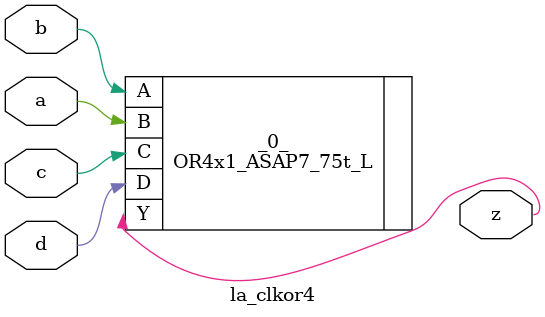
<source format=v>

/* Generated by Yosys 0.44 (git sha1 80ba43d26, g++ 11.4.0-1ubuntu1~22.04 -fPIC -O3) */

(* top =  1  *)
(* src = "inputs/la_clkor4.v:10.1-22.10" *)
module la_clkor4 (
    a,
    b,
    c,
    d,
    z
);
  (* src = "inputs/la_clkor4.v:13.12-13.13" *)
  input a;
  wire a;
  (* src = "inputs/la_clkor4.v:14.12-14.13" *)
  input b;
  wire b;
  (* src = "inputs/la_clkor4.v:15.12-15.13" *)
  input c;
  wire c;
  (* src = "inputs/la_clkor4.v:16.12-16.13" *)
  input d;
  wire d;
  (* src = "inputs/la_clkor4.v:17.12-17.13" *)
  output z;
  wire z;
  OR4x1_ASAP7_75t_L _0_ (
      .A(b),
      .B(a),
      .C(c),
      .D(d),
      .Y(z)
  );
endmodule

</source>
